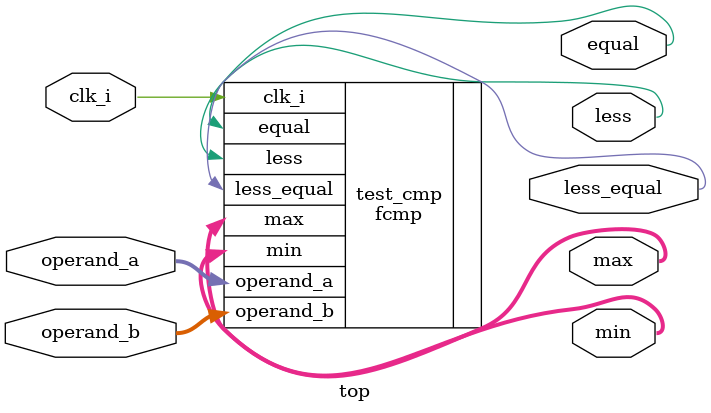
<source format=sv>

`default_nettype none

module top
(
  input logic        clk_i,
  input logic [31:0] operand_a,
  input logic [31:0] operand_b,
  output logic[31:0] min,
  output logic[31:0] max,
  output logic       equal,
  output logic       less,
  output logic       less_equal
);

fcmp test_cmp(
 .clk_i(clk_i),
 .operand_a(operand_a),
 .operand_b(operand_b),
 .min(min),
 .max(max),
 .equal(equal),
 .less(less),
 .less_equal(less_equal)
 );
endmodule

</source>
